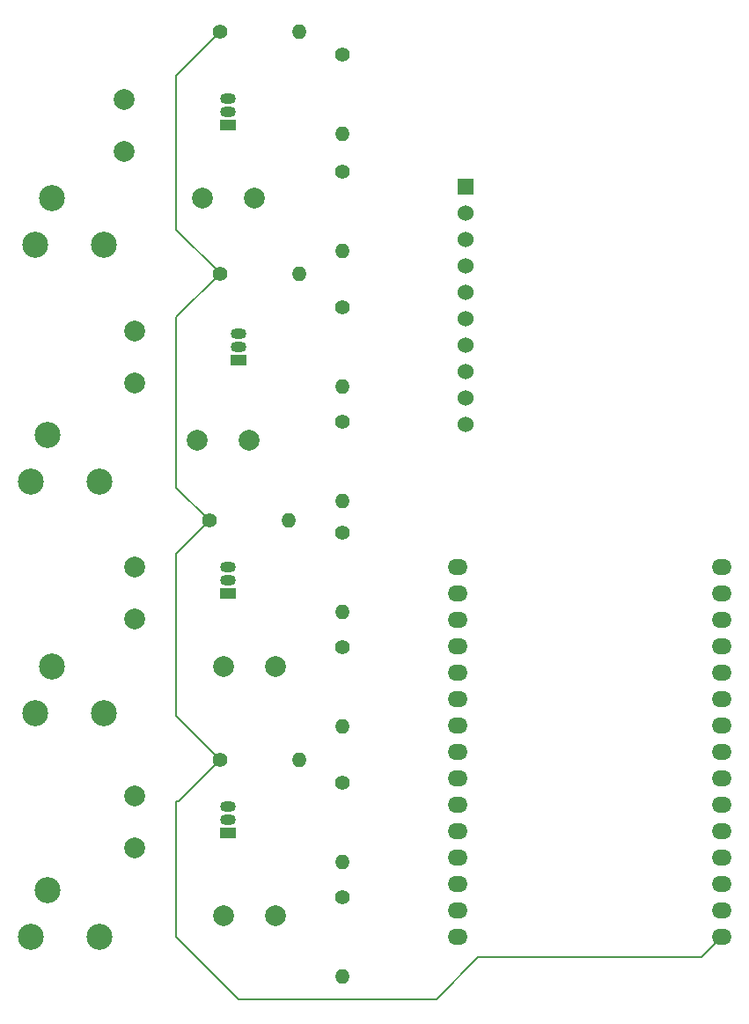
<source format=gbl>
%TF.GenerationSoftware,KiCad,Pcbnew,8.0.2*%
%TF.CreationDate,2025-12-22T10:01:20-05:00*%
%TF.ProjectId,ct4,6374342e-6b69-4636-9164-5f7063625858,rev?*%
%TF.SameCoordinates,Original*%
%TF.FileFunction,Copper,L4,Bot*%
%TF.FilePolarity,Positive*%
%FSLAX46Y46*%
G04 Gerber Fmt 4.6, Leading zero omitted, Abs format (unit mm)*
G04 Created by KiCad (PCBNEW 8.0.2) date 2025-12-22 10:01:20*
%MOMM*%
%LPD*%
G01*
G04 APERTURE LIST*
%TA.AperFunction,ComponentPad*%
%ADD10C,2.500000*%
%TD*%
%TA.AperFunction,ComponentPad*%
%ADD11C,1.400000*%
%TD*%
%TA.AperFunction,ComponentPad*%
%ADD12O,1.400000X1.400000*%
%TD*%
%TA.AperFunction,ComponentPad*%
%ADD13O,1.900000X1.524000*%
%TD*%
%TA.AperFunction,ComponentPad*%
%ADD14R,1.500000X1.050000*%
%TD*%
%TA.AperFunction,ComponentPad*%
%ADD15O,1.500000X1.050000*%
%TD*%
%TA.AperFunction,ComponentPad*%
%ADD16C,2.000000*%
%TD*%
%TA.AperFunction,ComponentPad*%
%ADD17R,1.524000X1.524000*%
%TD*%
%TA.AperFunction,ComponentPad*%
%ADD18C,1.524000*%
%TD*%
%TA.AperFunction,Conductor*%
%ADD19C,0.127000*%
%TD*%
G04 APERTURE END LIST*
D10*
%TO.P,J4,R*%
%TO.N,unconnected-(J4-PadR)*%
X34990000Y-101020000D03*
%TO.P,J4,S*%
%TO.N,Net-(C8-Pad1)*%
X33390000Y-105520000D03*
%TO.P,J4,T*%
%TO.N,Net-(U1-K)*%
X39990000Y-105520000D03*
%TD*%
%TO.P,J3,R*%
%TO.N,unconnected-(J3-PadR)*%
X34600000Y-123770000D03*
%TO.P,J3,S*%
%TO.N,Net-(C6-Pad1)*%
X33000000Y-128270000D03*
%TO.P,J3,T*%
%TO.N,Net-(U1-K)*%
X39600000Y-128270000D03*
%TD*%
D11*
%TO.P,R1,1*%
%TO.N,Net-(U2-Pin_10)*%
X63000000Y-168190000D03*
D12*
%TO.P,R1,2*%
%TO.N,Net-(U1-K)*%
X63000000Y-175810000D03*
%TD*%
D13*
%TO.P,U4,1,VIN*%
%TO.N,unconnected-(U4-VIN-Pad1)*%
X74072460Y-172019813D03*
%TO.P,U4,2,GND*%
%TO.N,Net-(U1-K)*%
X74072460Y-169479813D03*
%TO.P,U4,3,GPIO13*%
%TO.N,unconnected-(U4-GPIO13-Pad3)*%
X74072460Y-166939813D03*
%TO.P,U4,4,GPIO12*%
%TO.N,unconnected-(U4-GPIO12-Pad4)*%
X74072460Y-164399813D03*
%TO.P,U4,5,GPIO14*%
%TO.N,unconnected-(U4-GPIO14-Pad5)*%
X74072460Y-161859813D03*
%TO.P,U4,6,GPIO27*%
%TO.N,unconnected-(U4-GPIO27-Pad6)*%
X74072460Y-159319813D03*
%TO.P,U4,7,GPIO26*%
%TO.N,unconnected-(U4-GPIO26-Pad7)*%
X74072460Y-156779813D03*
%TO.P,U4,8,GPIO25*%
%TO.N,unconnected-(U4-GPIO25-Pad8)*%
X74072460Y-154239813D03*
%TO.P,U4,9,GPIO33*%
%TO.N,unconnected-(U4-GPIO33-Pad9)*%
X74072460Y-151699813D03*
%TO.P,U4,10,GPIO32*%
%TO.N,unconnected-(U4-GPIO32-Pad10)*%
X74072460Y-149159813D03*
%TO.P,U4,11,GPIO35*%
%TO.N,unconnected-(U4-GPIO35-Pad11)*%
X74072460Y-146619813D03*
%TO.P,U4,12,GPIO34*%
%TO.N,unconnected-(U4-GPIO34-Pad12)*%
X74072460Y-144079813D03*
%TO.P,U4,13,GPIO39*%
%TO.N,unconnected-(U4-GPIO39-Pad13)*%
X74072460Y-141539813D03*
%TO.P,U4,14,GPIO36*%
%TO.N,unconnected-(U4-GPIO36-Pad14)*%
X74072460Y-138999813D03*
%TO.P,U4,15,EN*%
%TO.N,unconnected-(U4-EN-Pad15)*%
X74072460Y-136459813D03*
%TO.P,U4,16,3.3v*%
%TO.N,Net-(U2-Pin_1)*%
X99472460Y-172019813D03*
%TO.P,U4,17,GND*%
%TO.N,unconnected-(U4-GND-Pad17)*%
X99472460Y-169479813D03*
%TO.P,U4,18,GPIO15*%
%TO.N,unconnected-(U4-GPIO15-Pad18)*%
X99472460Y-166939813D03*
%TO.P,U4,19,GPIO2*%
%TO.N,unconnected-(U4-GPIO2-Pad19)*%
X99472460Y-164399813D03*
%TO.P,U4,20,GPIO4*%
%TO.N,unconnected-(U4-GPIO4-Pad20)*%
X99472460Y-161859813D03*
%TO.P,U4,21,GPIO16*%
%TO.N,unconnected-(U4-GPIO16-Pad21)*%
X99472460Y-159319813D03*
%TO.P,U4,22,GPIO17*%
%TO.N,unconnected-(U4-GPIO17-Pad22)*%
X99472460Y-156779813D03*
%TO.P,U4,23,GPIO5*%
%TO.N,unconnected-(U4-GPIO5-Pad23)*%
X99472460Y-154239813D03*
%TO.P,U4,24,GPIO18*%
%TO.N,unconnected-(U4-GPIO18-Pad24)*%
X99472460Y-151699813D03*
%TO.P,U4,25,GPIO19*%
%TO.N,unconnected-(U4-GPIO19-Pad25)*%
X99472460Y-149159813D03*
%TO.P,U4,26,SDA_GPIO21*%
%TO.N,Net-(U2-Pin_4)*%
X99472460Y-146619813D03*
%TO.P,U4,27,GPIO3*%
%TO.N,unconnected-(U4-GPIO3-Pad27)*%
X99472460Y-144079813D03*
%TO.P,U4,28,GPIO1*%
%TO.N,unconnected-(U4-GPIO1-Pad28)*%
X99472460Y-141539813D03*
%TO.P,U4,29,SCL_GPIO22*%
%TO.N,Net-(U2-Pin_3)*%
X99472460Y-138999813D03*
%TO.P,U4,30,GPIO23*%
%TO.N,unconnected-(U4-GPIO23-Pad30)*%
X99472460Y-136459813D03*
%TD*%
D14*
%TO.P,U1,1*%
%TO.N,N/C*%
X52000000Y-139000000D03*
D15*
%TO.P,U1,2,K*%
%TO.N,Net-(U1-K)*%
X52000000Y-137730000D03*
%TO.P,U1,3,A*%
%TO.N,Net-(U1-A)*%
X52000000Y-136460000D03*
%TD*%
D16*
%TO.P,C2,1*%
%TO.N,Net-(U1-K)*%
X43000000Y-163500000D03*
%TO.P,C2,2*%
%TO.N,Net-(U3-A)*%
X43000000Y-158500000D03*
%TD*%
%TO.P,C8,1*%
%TO.N,Net-(C8-Pad1)*%
X49500000Y-101000000D03*
%TO.P,C8,2*%
%TO.N,Net-(U2-Pin_7)*%
X54500000Y-101000000D03*
%TD*%
D11*
%TO.P,R8,1*%
%TO.N,Net-(U5-A)*%
X63000000Y-111460000D03*
D12*
%TO.P,R8,2*%
%TO.N,Net-(U2-Pin_8)*%
X63000000Y-119080000D03*
%TD*%
D14*
%TO.P,U3,1*%
%TO.N,N/C*%
X52000000Y-162000000D03*
D15*
%TO.P,U3,2,K*%
%TO.N,Net-(U1-K)*%
X52000000Y-160730000D03*
%TO.P,U3,3,A*%
%TO.N,Net-(U3-A)*%
X52000000Y-159460000D03*
%TD*%
D16*
%TO.P,C4,1*%
%TO.N,Net-(C4-Pad1)*%
X51500000Y-146000000D03*
%TO.P,C4,2*%
%TO.N,Net-(U2-Pin_9)*%
X56500000Y-146000000D03*
%TD*%
D11*
%TO.P,R12,1*%
%TO.N,Net-(U2-Pin_7)*%
X63000000Y-98460000D03*
D12*
%TO.P,R12,2*%
%TO.N,Net-(U1-K)*%
X63000000Y-106080000D03*
%TD*%
D17*
%TO.P,U2,1,Pin_1*%
%TO.N,Net-(U2-Pin_1)*%
X74800000Y-99900000D03*
D18*
%TO.P,U2,2,Pin_2*%
%TO.N,Net-(U1-K)*%
X74800000Y-102440000D03*
%TO.P,U2,3,Pin_3*%
%TO.N,Net-(U2-Pin_3)*%
X74800000Y-104980000D03*
%TO.P,U2,4,Pin_4*%
%TO.N,Net-(U2-Pin_4)*%
X74800000Y-107520000D03*
%TO.P,U2,5,Pin_5*%
%TO.N,unconnected-(U2-Pin_5-Pad5)*%
X74800000Y-110060000D03*
%TO.P,U2,6,Pin_6*%
%TO.N,unconnected-(U2-Pin_6-Pad6)*%
X74800000Y-112600000D03*
%TO.P,U2,7,Pin_7*%
%TO.N,Net-(U2-Pin_7)*%
X74800000Y-115140000D03*
%TO.P,U2,8,Pin_8*%
%TO.N,Net-(U2-Pin_8)*%
X74800000Y-117680000D03*
%TO.P,U2,9,Pin_9*%
%TO.N,Net-(U2-Pin_9)*%
X74800000Y-120220000D03*
%TO.P,U2,10,Pin_10*%
%TO.N,Net-(U2-Pin_10)*%
X74800000Y-122760000D03*
%TD*%
D11*
%TO.P,R5,1*%
%TO.N,Net-(U1-A)*%
X63000000Y-133190000D03*
D12*
%TO.P,R5,2*%
%TO.N,Net-(U2-Pin_9)*%
X63000000Y-140810000D03*
%TD*%
D11*
%TO.P,R10,1*%
%TO.N,Net-(U2-Pin_1)*%
X51190000Y-85000000D03*
D12*
%TO.P,R10,2*%
%TO.N,Net-(U6-A)*%
X58810000Y-85000000D03*
%TD*%
D14*
%TO.P,U5,1*%
%TO.N,N/C*%
X53000000Y-116540000D03*
D15*
%TO.P,U5,2,K*%
%TO.N,Net-(U1-K)*%
X53000000Y-115270000D03*
%TO.P,U5,3,A*%
%TO.N,Net-(U5-A)*%
X53000000Y-114000000D03*
%TD*%
D11*
%TO.P,R3,1*%
%TO.N,Net-(U2-Pin_1)*%
X51190000Y-155000000D03*
D12*
%TO.P,R3,2*%
%TO.N,Net-(U3-A)*%
X58810000Y-155000000D03*
%TD*%
D11*
%TO.P,R4,1*%
%TO.N,Net-(U2-Pin_1)*%
X50190000Y-132000000D03*
D12*
%TO.P,R4,2*%
%TO.N,Net-(U1-A)*%
X57810000Y-132000000D03*
%TD*%
D14*
%TO.P,U6,1*%
%TO.N,N/C*%
X52000000Y-94000000D03*
D15*
%TO.P,U6,2,K*%
%TO.N,Net-(U1-K)*%
X52000000Y-92730000D03*
%TO.P,U6,3,A*%
%TO.N,Net-(U6-A)*%
X52000000Y-91460000D03*
%TD*%
D11*
%TO.P,R7,1*%
%TO.N,Net-(U2-Pin_1)*%
X51190000Y-108270000D03*
D12*
%TO.P,R7,2*%
%TO.N,Net-(U5-A)*%
X58810000Y-108270000D03*
%TD*%
D10*
%TO.P,J2,R*%
%TO.N,unconnected-(J2-PadR)*%
X35000000Y-146000000D03*
%TO.P,J2,S*%
%TO.N,Net-(C4-Pad1)*%
X33400000Y-150500000D03*
%TO.P,J2,T*%
%TO.N,Net-(U1-K)*%
X40000000Y-150500000D03*
%TD*%
D11*
%TO.P,R6,1*%
%TO.N,Net-(U2-Pin_9)*%
X63000000Y-144190000D03*
D12*
%TO.P,R6,2*%
%TO.N,Net-(U1-K)*%
X63000000Y-151810000D03*
%TD*%
D16*
%TO.P,C6,1*%
%TO.N,Net-(C6-Pad1)*%
X49000000Y-124270000D03*
%TO.P,C6,2*%
%TO.N,Net-(U2-Pin_8)*%
X54000000Y-124270000D03*
%TD*%
D11*
%TO.P,R11,1*%
%TO.N,Net-(U6-A)*%
X63000000Y-87190000D03*
D12*
%TO.P,R11,2*%
%TO.N,Net-(U2-Pin_7)*%
X63000000Y-94810000D03*
%TD*%
D16*
%TO.P,C7,1*%
%TO.N,Net-(U1-K)*%
X42000000Y-96500000D03*
%TO.P,C7,2*%
%TO.N,Net-(U6-A)*%
X42000000Y-91500000D03*
%TD*%
%TO.P,C5,1*%
%TO.N,Net-(U1-K)*%
X43000000Y-118770000D03*
%TO.P,C5,2*%
%TO.N,Net-(U5-A)*%
X43000000Y-113770000D03*
%TD*%
D10*
%TO.P,J1,R*%
%TO.N,unconnected-(J1-PadR)*%
X34600000Y-167500000D03*
%TO.P,J1,S*%
%TO.N,Net-(C1-Pad1)*%
X33000000Y-172000000D03*
%TO.P,J1,T*%
%TO.N,Net-(U1-K)*%
X39600000Y-172000000D03*
%TD*%
D11*
%TO.P,R2,1*%
%TO.N,Net-(U3-A)*%
X63000000Y-157190000D03*
D12*
%TO.P,R2,2*%
%TO.N,Net-(U2-Pin_10)*%
X63000000Y-164810000D03*
%TD*%
D11*
%TO.P,R9,1*%
%TO.N,Net-(U2-Pin_8)*%
X63000000Y-122460000D03*
D12*
%TO.P,R9,2*%
%TO.N,Net-(U1-K)*%
X63000000Y-130080000D03*
%TD*%
D16*
%TO.P,C1,1*%
%TO.N,Net-(C1-Pad1)*%
X51500000Y-170000000D03*
%TO.P,C1,2*%
%TO.N,Net-(U2-Pin_10)*%
X56500000Y-170000000D03*
%TD*%
%TO.P,C3,1*%
%TO.N,Net-(U1-K)*%
X43000000Y-141500000D03*
%TO.P,C3,2*%
%TO.N,Net-(U1-A)*%
X43000000Y-136500000D03*
%TD*%
D19*
%TO.N,Net-(U2-Pin_1)*%
X51190000Y-108190000D02*
X51190000Y-108270000D01*
X76000000Y-174000000D02*
X97492273Y-174000000D01*
X50190000Y-132000000D02*
X47000000Y-135190000D01*
X72000000Y-178000000D02*
X76000000Y-174000000D01*
X47000000Y-112460000D02*
X47000000Y-128810000D01*
X47000000Y-172000000D02*
X53000000Y-178000000D01*
X47000000Y-135190000D02*
X47000000Y-150810000D01*
X51190000Y-85000000D02*
X47000000Y-89190000D01*
X47000000Y-89190000D02*
X47000000Y-104000000D01*
X53000000Y-178000000D02*
X72000000Y-178000000D01*
X47000000Y-159000000D02*
X47000000Y-172000000D01*
X51190000Y-108270000D02*
X47000000Y-112460000D01*
X47000000Y-150810000D02*
X51190000Y-155000000D01*
X47000000Y-104000000D02*
X51190000Y-108190000D01*
X97492273Y-174000000D02*
X99472460Y-172019813D01*
X47000000Y-128810000D02*
X50190000Y-132000000D01*
X51190000Y-155000000D02*
X47190000Y-159000000D01*
X47190000Y-159000000D02*
X47000000Y-159000000D01*
%TD*%
M02*

</source>
